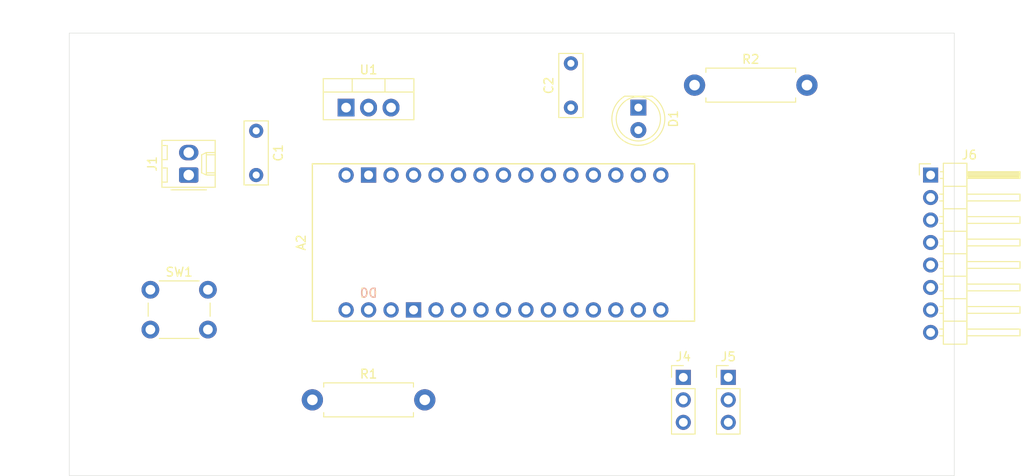
<source format=kicad_pcb>
(kicad_pcb (version 20240108) (generator "pcbnew") (generator_version "8.0")
  (layers (0 "F.Cu" signal) (1 "In1.Cu" signal) (2 "In2.Cu" signal) (3 "In3.Cu" signal) (4 "In4.Cu" signal) (5 "In5.Cu" signal) (6 "In6.Cu" signal) (7 "In7.Cu" signal) (8 "In8.Cu" signal) (9 "In9.Cu" signal) (10 "In10.Cu" signal) (31 "B.Cu" signal) (34 "B.Paste" user) (35 "F.Paste" user) (36 "B.SilkS" user "B.Silkscreen") (37 "F.SilkS" user "F.Silkscreen") (38 "B.Mask" user) (39 "F.Mask" user) (44 "Edge.Cuts" user))
  (net 0 "")
  (net 3 "/Sensor5")
  (net 4 "/PWM_IZQ")
  (net 8 "/Boton_encendido")
  (net 10 "/Sensor2")
  (net 11 "/Sensor6")
  (net 14 "GND")
  (net 18 "/Sensor3")
  (net 20 "Net-(D1-A)")
  (net 22 "/PWM_DER")
  (net 23 "/Sensor4")
  (net 24 "+5V")
  (net 25 "/Sensor1")
  (net 28 "VCC")
  (net 30 "/Salida Regulador")
  (net 31 "Net-(D1-K)")
  (footprint "Connector_Molex:Molex_KK-254_AE-6410-02A_1x02_P2.54mm_Vertical" (layer "F.Cu") (at 63.5 66.04 90)
    (property "Reference" "J1" (at 1.27 -4.12 90) (layer "F.SilkS"))
    (property "Value" "Battery")
    (fp_line (start 3.92 -3.03) (end -1.38 -3.03) (stroke (width 0.12)) (layer "F.SilkS"))
    (fp_line (start 1.74 -3.03) (end 1.74 -2.43) (stroke (width 0.12)) (layer "F.SilkS"))
    (fp_line (start -0.8 -3.03) (end -0.8 -2.43) (stroke (width 0.12)) (layer "F.SilkS"))
    (fp_line (start -1.38 -3.03) (end -1.38 2.99) (stroke (width 0.12)) (layer "F.SilkS"))
    (fp_line (start 3.34 -2.43) (end 3.34 -3.03) (stroke (width 0.12)) (layer "F.SilkS"))
    (fp_line (start 1.74 -2.43) (end 3.34 -2.43) (stroke (width 0.12)) (layer "F.SilkS"))
    (fp_line (start 0.8 -2.43) (end 0.8 -3.03) (stroke (width 0.12)) (layer "F.SilkS"))
    (fp_line (start -0.8 -2.43) (end 0.8 -2.43) (stroke (width 0.12)) (layer "F.SilkS"))
    (fp_line (start -1.67 -2) (end -1.67 2) (stroke (width 0.12)) (layer "F.SilkS"))
    (fp_line (start 2.29 1.46) (end 2.54 1.99) (stroke (width 0.12)) (layer "F.SilkS"))
    (fp_line (start 0.25 1.46) (end 2.29 1.46) (stroke (width 0.12)) (layer "F.SilkS"))
    (fp_line (start 2.54 1.99) (end 2.54 2.99) (stroke (width 0.12)) (layer "F.SilkS"))
    (fp_line (start 0 1.99) (end 0.25 1.46) (stroke (width 0.12)) (layer "F.SilkS"))
    (fp_line (start 0 1.99) (end 2.54 1.99) (stroke (width 0.12)) (layer "F.SilkS"))
    (fp_line (start 3.92 2.99) (end 3.92 -3.03) (stroke (width 0.12)) (layer "F.SilkS"))
    (fp_line (start 2.29 2.99) (end 2.29 1.99) (stroke (width 0.12)) (layer "F.SilkS"))
    (fp_line (start 0.25 2.99) (end 0.25 1.99) (stroke (width 0.12)) (layer "F.SilkS"))
    (fp_line (start 0 2.99) (end 0 1.99) (stroke (width 0.12)) (layer "F.SilkS"))
    (fp_line (start -1.38 2.99) (end 3.92 2.99) (stroke (width 0.12)) (layer "F.SilkS"))
    (pad "1" thru_hole roundrect (at 0 0 90) (size 1.74 2.19) (drill 1.19) (layers "*.Cu" "*.Mask") (roundrect_rratio 0.143678) (net 14 "GND"))
    (pad "2" thru_hole oval (at 2.54 0 90) (size 1.74 2.19) (drill 1.19) (layers "*.Cu" "*.Mask") (net 28 "VCC"))
  )
  (footprint "Connector_PinHeader_2.54mm:PinHeader_1x03_P2.54mm_Vertical" (layer "F.Cu") (at 119.38 88.9)
    (property "Reference" "J4" (at 0 -2.33 0) (layer "F.SilkS"))
    (property "Value" "Motor Izquierdo")
    (fp_line (start -1.33 -1.33) (end 0 -1.33) (stroke (width 0.12)) (layer "F.SilkS"))
    (fp_line (start -1.33 0) (end -1.33 -1.33) (stroke (width 0.12)) (layer "F.SilkS"))
    (fp_line (start -1.33 1.27) (end -1.33 6.41) (stroke (width 0.12)) (layer "F.SilkS"))
    (fp_line (start -1.33 1.27) (end 1.33 1.27) (stroke (width 0.12)) (layer "F.SilkS"))
    (fp_line (start -1.33 6.41) (end 1.33 6.41) (stroke (width 0.12)) (layer "F.SilkS"))
    (fp_line (start 1.33 1.27) (end 1.33 6.41) (stroke (width 0.12)) (layer "F.SilkS"))
    (pad "1" thru_hole rect (at 0 0) (size 1.7 1.7) (drill 1) (layers "*.Cu" "*.Mask") (net 4 "/PWM_IZQ"))
    (pad "2" thru_hole oval (at 0 2.54) (size 1.7 1.7) (drill 1) (layers "*.Cu" "*.Mask") (net 30 "/Salida Regulador"))
    (pad "3" thru_hole oval (at 0 5.08) (size 1.7 1.7) (drill 1) (layers "*.Cu" "*.Mask") (net 14 "GND"))
  )
  (footprint "PCM_arduino-library:Arduino_Nano_Socket" (layer "F.Cu") (at 120.65 73.66 90)
    (property "Reference" "A2" (at 0 -44.45 90) (layer "F.SilkS"))
    (property "Value" "Arduino_Nano_Socket")
    (fp_line (start 8.89 -43.18) (end 8.89 0) (stroke (width 0.15)) (layer "F.SilkS"))
    (fp_line (start -8.89 -43.18) (end 8.89 -43.18) (stroke (width 0.15)) (layer "F.SilkS"))
    (fp_line (start -8.89 -43.18) (end -8.89 0) (stroke (width 0.15)) (layer "F.SilkS"))
    (fp_line (start -8.89 0) (end 8.89 0) (stroke (width 0.15)) (layer "F.SilkS"))
    (fp_text user "D0" (at -5.715 -36.83 0) (layer "B.SilkS") (effects (justify mirror)))
    (fp_text user "D0" (at -5.715 -36.83 0) (layer "F.SilkS"))
    (pad "" np_thru_hole circle (at -7.62 -41.91 90) (size 1.8 1.8) (drill 1.8) (layers "F&B.Cu" "*.Mask"))
    (pad "" np_thru_hole circle (at -7.62 -1.27 90) (size 1.8 1.8) (drill 1.8) (layers "F&B.Cu" "*.Mask"))
    (pad "" np_thru_hole circle (at 7.62 -41.91 90) (size 1.8 1.8) (drill 1.8) (layers "F&B.Cu" "*.Mask"))
    (pad "" np_thru_hole circle (at 7.62 -1.27 90) (size 1.8 1.8) (drill 1.8) (layers "F&B.Cu" "*.Mask"))
    (pad "3V3" thru_hole circle (at 7.62 -6.35 90) (size 1.7272 1.7272) (drill 1.016) (layers "*.Cu" "*.Mask"))
    (pad "5V" thru_hole circle (at 7.62 -31.75 90) (size 1.7272 1.7272) (drill 1.016) (layers "*.Cu" "*.Mask") (net 24 "+5V"))
    (pad "A0" thru_hole circle (at 7.62 -11.43 90) (size 1.7272 1.7272) (drill 1.016) (layers "*.Cu" "*.Mask"))
    (pad "A1" thru_hole circle (at 7.62 -13.97 90) (size 1.7272 1.7272) (drill 1.016) (layers "*.Cu" "*.Mask"))
    (pad "A2" thru_hole circle (at 7.62 -16.51 90) (size 1.7272 1.7272) (drill 1.016) (layers "*.Cu" "*.Mask"))
    (pad "A3" thru_hole circle (at 7.62 -19.05 90) (size 1.7272 1.7272) (drill 1.016) (layers "*.Cu" "*.Mask"))
    (pad "A4" thru_hole circle (at 7.62 -21.59 90) (size 1.7272 1.7272) (drill 1.016) (layers "*.Cu" "*.Mask"))
    (pad "A5" thru_hole circle (at 7.62 -24.13 90) (size 1.7272 1.7272) (drill 1.016) (layers "*.Cu" "*.Mask"))
    (pad "A6" thru_hole circle (at 7.62 -26.67 90) (size 1.7272 1.7272) (drill 1.016) (layers "*.Cu" "*.Mask"))
    (pad "A7" thru_hole circle (at 7.62 -29.21 90) (size 1.7272 1.7272) (drill 1.016) (layers "*.Cu" "*.Mask") (net 20 "Net-(D1-A)"))
    (pad "AREF" thru_hole circle (at 7.62 -8.89 90) (size 1.7272 1.7272) (drill 1.016) (layers "*.Cu" "*.Mask"))
    (pad "D0" thru_hole circle (at -7.62 -36.83 90) (size 1.7272 1.7272) (drill 1.016) (layers "*.Cu" "*.Mask"))
    (pad "D1" thru_hole circle (at -7.62 -39.37 90) (size 1.7272 1.7272) (drill 1.016) (layers "*.Cu" "*.Mask"))
    (pad "D2" thru_hole circle (at -7.62 -29.21 90) (size 1.7272 1.7272) (drill 1.016) (layers "*.Cu" "*.Mask") (net 8 "/Boton_encendido"))
    (pad "D3" thru_hole circle (at -7.62 -26.67 90) (size 1.7272 1.7272) (drill 1.016) (layers "*.Cu" "*.Mask") (net 11 "/Sensor6"))
    (pad "D4" thru_hole circle (at -7.62 -24.13 90) (size 1.7272 1.7272) (drill 1.016) (layers "*.Cu" "*.Mask") (net 3 "/Sensor5"))
    (pad "D5" thru_hole circle (at -7.62 -21.59 90) (size 1.7272 1.7272) (drill 1.016) (layers "*.Cu" "*.Mask") (net 23 "/Sensor4"))
    (pad "D6" thru_hole circle (at -7.62 -19.05 90) (size 1.7272 1.7272) (drill 1.016) (layers "*.Cu" "*.Mask") (net 18 "/Sensor3"))
    (pad "D7" thru_hole circle (at -7.62 -16.51 90) (size 1.7272 1.7272) (drill 1.016) (layers "*.Cu" "*.Mask") (net 10 "/Sensor2"))
    (pad "D8" thru_hole circle (at -7.62 -13.97 90) (size 1.7272 1.7272) (drill 1.016) (layers "*.Cu" "*.Mask") (net 25 "/Sensor1"))
    (pad "D9" thru_hole circle (at -7.62 -11.43 90) (size 1.7272 1.7272) (drill 1.016) (layers "*.Cu" "*.Mask") (net 22 "/PWM_DER"))
    (pad "D10" thru_hole circle (at -7.62 -8.89 90) (size 1.7272 1.7272) (drill 1.016) (layers "*.Cu" "*.Mask") (net 4 "/PWM_IZQ"))
    (pad "D11" thru_hole circle (at -7.62 -6.35 90) (size 1.7272 1.7272) (drill 1.016) (layers "*.Cu" "*.Mask"))
    (pad "D12" thru_hole circle (at -7.62 -3.81 90) (size 1.7272 1.7272) (drill 1.016) (layers "*.Cu" "*.Mask"))
    (pad "D13" thru_hole circle (at 7.62 -3.81 90) (size 1.7272 1.7272) (drill 1.016) (layers "*.Cu" "*.Mask"))
    (pad "GND1" thru_hole rect (at -7.62 -31.75 90) (size 1.7272 1.7272) (drill 1.016) (layers "*.Cu" "*.Mask") (net 14 "GND"))
    (pad "GND2" thru_hole rect (at 7.62 -36.83 90) (size 1.7272 1.7272) (drill 1.016) (layers "*.Cu" "*.Mask") (net 14 "GND"))
    (pad "RST1" thru_hole circle (at -7.62 -34.29 90) (size 1.7272 1.7272) (drill 1.016) (layers "*.Cu" "*.Mask"))
    (pad "RST2" thru_hole circle (at 7.62 -34.29 90) (size 1.7272 1.7272) (drill 1.016) (layers "*.Cu" "*.Mask"))
    (pad "VIN" thru_hole circle (at 7.62 -39.37 90) (size 1.7272 1.7272) (drill 1.016) (layers "*.Cu" "*.Mask") (net 28 "VCC"))
  )
  (footprint "LED_THT:LED_D5.0mm" (layer "F.Cu") (at 114.3 58.42 -90)
    (property "Reference" "D1" (at 1.27 -3.96 90) (layer "F.SilkS"))
    (property "Value" "LED")
    (fp_line (start -1.29 -1.545) (end -1.29 1.545) (stroke (width 0.12)) (layer "F.SilkS"))
    (fp_arc (start 4.26 -0.000462) (mid 2.072002 2.880433) (end -1.29 1.54483) (stroke (width 0.12)) (layer "F.SilkS"))
    (fp_arc (start -1.29 -1.54483) (mid 2.072002 -2.880433) (end 4.26 0.000462) (stroke (width 0.12)) (layer "F.SilkS"))
    (fp_circle (center 1.27 0) (end 3.77 0) (stroke (width 0.12)) (fill none) (layer "F.SilkS"))
    (pad "1" thru_hole rect (at 0 0 270) (size 1.8 1.8) (drill 0.9) (layers "*.Cu" "*.Mask") (net 31 "Net-(D1-K)"))
    (pad "2" thru_hole circle (at 2.54 0 270) (size 1.8 1.8) (drill 0.9) (layers "*.Cu" "*.Mask") (net 20 "Net-(D1-A)"))
  )
  (footprint "Connector_PinHeader_2.54mm:PinHeader_1x03_P2.54mm_Vertical" (layer "F.Cu") (at 124.46 88.9)
    (property "Reference" "J5" (at 0 -2.33 0) (layer "F.SilkS"))
    (property "Value" "Motor Derecho")
    (fp_line (start -1.33 -1.33) (end 0 -1.33) (stroke (width 0.12)) (layer "F.SilkS"))
    (fp_line (start -1.33 0) (end -1.33 -1.33) (stroke (width 0.12)) (layer "F.SilkS"))
    (fp_line (start -1.33 1.27) (end -1.33 6.41) (stroke (width 0.12)) (layer "F.SilkS"))
    (fp_line (start -1.33 1.27) (end 1.33 1.27) (stroke (width 0.12)) (layer "F.SilkS"))
    (fp_line (start -1.33 6.41) (end 1.33 6.41) (stroke (width 0.12)) (layer "F.SilkS"))
    (fp_line (start 1.33 1.27) (end 1.33 6.41) (stroke (width 0.12)) (layer "F.SilkS"))
    (pad "1" thru_hole rect (at 0 0) (size 1.7 1.7) (drill 1) (layers "*.Cu" "*.Mask") (net 22 "/PWM_DER"))
    (pad "2" thru_hole oval (at 0 2.54) (size 1.7 1.7) (drill 1) (layers "*.Cu" "*.Mask") (net 30 "/Salida Regulador"))
    (pad "3" thru_hole oval (at 0 5.08) (size 1.7 1.7) (drill 1) (layers "*.Cu" "*.Mask") (net 14 "GND"))
  )
  (footprint "Capacitor_THT:C_Disc_D7.0mm_W2.5mm_P5.00mm" (layer "F.Cu") (at 71.12 61.04 -90)
    (property "Reference" "C1" (at 2.5 -2.5 -90) (layer "F.SilkS"))
    (property "Value" "1u")
    (fp_line (start -1.12 1.37) (end 6.12 1.37) (stroke (width 0.12)) (layer "F.SilkS"))
    (fp_line (start -1.12 -1.37) (end -1.12 1.37) (stroke (width 0.12)) (layer "F.SilkS"))
    (fp_line (start -1.12 -1.37) (end 6.12 -1.37) (stroke (width 0.12)) (layer "F.SilkS"))
    (fp_line (start 6.12 -1.37) (end 6.12 1.37) (stroke (width 0.12)) (layer "F.SilkS"))
    (pad "1" thru_hole circle (at 0 0 270) (size 1.6 1.6) (drill 0.8) (layers "*.Cu" "*.Mask") (net 28 "VCC"))
    (pad "2" thru_hole circle (at 5 0 270) (size 1.6 1.6) (drill 0.8) (layers "*.Cu" "*.Mask") (net 14 "GND"))
  )
  (footprint "Connector_PinHeader_2.54mm:PinHeader_1x08_P2.54mm_Horizontal" (layer "F.Cu") (at 147.32 66.04)
    (property "Reference" "J6" (at 4.385 -2.27 0) (layer "F.SilkS"))
    (property "Value" "puerto sensores")
    (fp_line (start -1.27 -1.27) (end 0 -1.27) (stroke (width 0.12)) (layer "F.SilkS"))
    (fp_line (start -1.27 0) (end -1.27 -1.27) (stroke (width 0.12)) (layer "F.SilkS"))
    (fp_line (start 1.042929 2.16) (end 1.44 2.16) (stroke (width 0.12)) (layer "F.SilkS"))
    (fp_line (start 1.042929 2.92) (end 1.44 2.92) (stroke (width 0.12)) (layer "F.SilkS"))
    (fp_line (start 1.042929 4.7) (end 1.44 4.7) (stroke (width 0.12)) (layer "F.SilkS"))
    (fp_line (start 1.042929 5.46) (end 1.44 5.46) (stroke (width 0.12)) (layer "F.SilkS"))
    (fp_line (start 1.042929 7.24) (end 1.44 7.24) (stroke (width 0.12)) (layer "F.SilkS"))
    (fp_line (start 1.042929 8) (end 1.44 8) (stroke (width 0.12)) (layer "F.SilkS"))
    (fp_line (start 1.042929 9.78) (end 1.44 9.78) (stroke (width 0.12)) (layer "F.SilkS"))
    (fp_line (start 1.042929 10.54) (end 1.44 10.54) (stroke (width 0.12)) (layer "F.SilkS"))
    (fp_line (start 1.042929 12.32) (end 1.44 12.32) (stroke (width 0.12)) (layer "F.SilkS"))
    (fp_line (start 1.042929 13.08) (end 1.44 13.08) (stroke (width 0.12)) (layer "F.SilkS"))
    (fp_line (start 1.042929 14.86) (end 1.44 14.86) (stroke (width 0.12)) (layer "F.SilkS"))
    (fp_line (start 1.042929 15.62) (end 1.44 15.62) (stroke (width 0.12)) (layer "F.SilkS"))
    (fp_line (start 1.042929 17.4) (end 1.44 17.4) (stroke (width 0.12)) (layer "F.SilkS"))
    (fp_line (start 1.042929 18.16) (end 1.44 18.16) (stroke (width 0.12)) (layer "F.SilkS"))
    (fp_line (start 1.11 -0.38) (end 1.44 -0.38) (stroke (width 0.12)) (layer "F.SilkS"))
    (fp_line (start 1.11 0.38) (end 1.44 0.38) (stroke (width 0.12)) (layer "F.SilkS"))
    (fp_line (start 1.44 -1.33) (end 1.44 19.11) (stroke (width 0.12)) (layer "F.SilkS"))
    (fp_line (start 1.44 1.27) (end 4.1 1.27) (stroke (width 0.12)) (layer "F.SilkS"))
    (fp_line (start 1.44 3.81) (end 4.1 3.81) (stroke (width 0.12)) (layer "F.SilkS"))
    (fp_line (start 1.44 6.35) (end 4.1 6.35) (stroke (width 0.12)) (layer "F.SilkS"))
    (fp_line (start 1.44 8.89) (end 4.1 8.89) (stroke (width 0.12)) (layer "F.SilkS"))
    (fp_line (start 1.44 11.43) (end 4.1 11.43) (stroke (width 0.12)) (layer "F.SilkS"))
    (fp_line (start 1.44 13.97) (end 4.1 13.97) (stroke (width 0.12)) (layer "F.SilkS"))
    (fp_line (start 1.44 16.51) (end 4.1 16.51) (stroke (width 0.12)) (layer "F.SilkS"))
    (fp_line (start 1.44 19.11) (end 4.1 19.11) (stroke (width 0.12)) (layer "F.SilkS"))
    (fp_line (start 4.1 -1.33) (end 1.44 -1.33) (stroke (width 0.12)) (layer "F.SilkS"))
    (fp_line (start 4.1 -0.38) (end 10.1 -0.38) (stroke (width 0.12)) (layer "F.SilkS"))
    (fp_line (start 4.1 -0.32) (end 10.1 -0.32) (stroke (width 0.12)) (layer "F.SilkS"))
    (fp_line (start 4.1 -0.2) (end 10.1 -0.2) (stroke (width 0.12)) (layer "F.SilkS"))
    (fp_line (start 4.1 -0.08) (end 10.1 -0.08) (stroke (width 0.12)) (layer "F.SilkS"))
    (fp_line (start 4.1 0.04) (end 10.1 0.04) (stroke (width 0.12)) (layer "F.SilkS"))
    (fp_line (start 4.1 0.16) (end 10.1 0.16) (stroke (width 0.12)) (layer "F.SilkS"))
    (fp_line (start 4.1 0.28) (end 10.1 0.28) (stroke (width 0.12)) (layer "F.SilkS"))
    (fp_line (start 4.1 2.16) (end 10.1 2.16) (stroke (width 0.12)) (layer "F.SilkS"))
    (fp_line (start 4.1 4.7) (end 10.1 4.7) (stroke (width 0.12)) (layer "F.SilkS"))
    (fp_line (start 4.1 7.24) (end 10.1 7.24) (stroke (width 0.12)) (layer "F.SilkS"))
    (fp_line (start 4.1 9.78) (end 10.1 9.78) (stroke (width 0.12)) (layer "F.SilkS"))
    (fp_line (start 4.1 12.32) (end 10.1 12.32) (stroke (width 0.12)) (layer "F.SilkS"))
    (fp_line (start 4.1 14.86) (end 10.1 14.86) (stroke (width 0.12)) (layer "F.SilkS"))
    (fp_line (start 4.1 17.4) (end 10.1 17.4) (stroke (width 0.12)) (layer "F.SilkS"))
    (fp_line (start 4.1 19.11) (end 4.1 -1.33) (stroke (width 0.12)) (layer "F.SilkS"))
    (fp_line (start 10.1 -0.38) (end 10.1 0.38) (stroke (width 0.12)) (layer "F.SilkS"))
    (fp_line (start 10.1 0.38) (end 4.1 0.38) (stroke (width 0.12)) (layer "F.SilkS"))
    (fp_line (start 10.1 2.16) (end 10.1 2.92) (stroke (width 0.12)) (layer "F.SilkS"))
    (fp_line (start 10.1 2.92) (end 4.1 2.92) (stroke (width 0.12)) (layer "F.SilkS"))
    (fp_line (start 10.1 4.7) (end 10.1 5.46) (stroke (width 0.12)) (layer "F.SilkS"))
    (fp_line (start 10.1 5.46) (end 4.1 5.46) (stroke (width 0.12)) (layer "F.SilkS"))
    (fp_line (start 10.1 7.24) (end 10.1 8) (stroke (width 0.12)) (layer "F.SilkS"))
    (fp_line (start 10.1 8) (end 4.1 8) (stroke (width 0.12)) (layer "F.SilkS"))
    (fp_line (start 10.1 9.78) (end 10.1 10.54) (stroke (width 0.12)) (layer "F.SilkS"))
    (fp_line (start 10.1 10.54) (end 4.1 10.54) (stroke (width 0.12)) (layer "F.SilkS"))
    (fp_line (start 10.1 12.32) (end 10.1 13.08) (stroke (width 0.12)) (layer "F.SilkS"))
    (fp_line (start 10.1 13.08) (end 4.1 13.08) (stroke (width 0.12)) (layer "F.SilkS"))
    (fp_line (start 10.1 14.86) (end 10.1 15.62) (stroke (width 0.12)) (layer "F.SilkS"))
    (fp_line (start 10.1 15.62) (end 4.1 15.62) (stroke (width 0.12)) (layer "F.SilkS"))
    (fp_line (start 10.1 17.4) (end 10.1 18.16) (stroke (width 0.12)) (layer "F.SilkS"))
    (fp_line (start 10.1 18.16) (end 4.1 18.16) (stroke (width 0.12)) (layer "F.SilkS"))
    (pad "1" thru_hole rect (at 0 0) (size 1.7 1.7) (drill 1) (layers "*.Cu" "*.Mask") (net 11 "/Sensor6"))
    (pad "2" thru_hole oval (at 0 2.54) (size 1.7 1.7) (drill 1) (layers "*.Cu" "*.Mask") (net 3 "/Sensor5"))
    (pad "3" thru_hole oval (at 0 5.08) (size 1.7 1.7) (drill 1) (layers "*.Cu" "*.Mask") (net 23 "/Sensor4"))
    (pad "4" thru_hole oval (at 0 7.62) (size 1.7 1.7) (drill 1) (layers "*.Cu" "*.Mask") (net 18 "/Sensor3"))
    (pad "5" thru_hole oval (at 0 10.16) (size 1.7 1.7) (drill 1) (layers "*.Cu" "*.Mask") (net 10 "/Sensor2"))
    (pad "6" thru_hole oval (at 0 12.7) (size 1.7 1.7) (drill 1) (layers "*.Cu" "*.Mask") (net 25 "/Sensor1"))
    (pad "7" thru_hole oval (at 0 15.24) (size 1.7 1.7) (drill 1) (layers "*.Cu" "*.Mask") (net 28 "VCC"))
    (pad "8" thru_hole oval (at 0 17.78) (size 1.7 1.7) (drill 1) (layers "*.Cu" "*.Mask") (net 14 "GND"))
  )
  (footprint "Resistor_THT:R_Axial_DIN0411_L9.9mm_D3.6mm_P12.70mm_Horizontal" (layer "F.Cu") (at 120.65 55.88)
    (property "Reference" "R2" (at 6.35 -2.92 360) (layer "F.SilkS"))
    (property "Value" "330")
    (fp_line (start 1.28 -1.92) (end 11.42 -1.92) (stroke (width 0.12)) (layer "F.SilkS"))
    (fp_line (start 1.28 -1.44) (end 1.28 -1.92) (stroke (width 0.12)) (layer "F.SilkS"))
    (fp_line (start 1.28 1.44) (end 1.28 1.92) (stroke (width 0.12)) (layer "F.SilkS"))
    (fp_line (start 1.28 1.92) (end 11.42 1.92) (stroke (width 0.12)) (layer "F.SilkS"))
    (fp_line (start 11.42 -1.92) (end 11.42 -1.44) (stroke (width 0.12)) (layer "F.SilkS"))
    (fp_line (start 11.42 1.92) (end 11.42 1.44) (stroke (width 0.12)) (layer "F.SilkS"))
    (pad "1" thru_hole circle (at 0 0) (size 2.4 2.4) (drill 1.2) (layers "*.Cu" "*.Mask") (net 31 "Net-(D1-K)"))
    (pad "2" thru_hole oval (at 12.7 0) (size 2.4 2.4) (drill 1.2) (layers "*.Cu" "*.Mask") (net 14 "GND"))
  )
  (footprint "Resistor_THT:R_Axial_DIN0411_L9.9mm_D3.6mm_P12.70mm_Horizontal" (layer "F.Cu") (at 77.47 91.44)
    (property "Reference" "R1" (at 6.35 -2.92 0) (layer "F.SilkS"))
    (property "Value" "1k")
    (fp_line (start 1.28 -1.92) (end 11.42 -1.92) (stroke (width 0.12)) (layer "F.SilkS"))
    (fp_line (start 1.28 -1.44) (end 1.28 -1.92) (stroke (width 0.12)) (layer "F.SilkS"))
    (fp_line (start 1.28 1.44) (end 1.28 1.92) (stroke (width 0.12)) (layer "F.SilkS"))
    (fp_line (start 1.28 1.92) (end 11.42 1.92) (stroke (width 0.12)) (layer "F.SilkS"))
    (fp_line (start 11.42 -1.92) (end 11.42 -1.44) (stroke (width 0.12)) (layer "F.SilkS"))
    (fp_line (start 11.42 1.92) (end 11.42 1.44) (stroke (width 0.12)) (layer "F.SilkS"))
    (pad "1" thru_hole circle (at 0 0) (size 2.4 2.4) (drill 1.2) (layers "*.Cu" "*.Mask") (net 8 "/Boton_encendido"))
    (pad "2" thru_hole oval (at 12.7 0) (size 2.4 2.4) (drill 1.2) (layers "*.Cu" "*.Mask") (net 14 "GND"))
  )
  (footprint "Capacitor_THT:C_Disc_D7.0mm_W2.5mm_P5.00mm" (layer "F.Cu") (at 106.68 58.42 90)
    (property "Reference" "C2" (at 2.5 -2.5 90) (layer "F.SilkS"))
    (property "Value" "1u")
    (fp_line (start 6.12 -1.37) (end 6.12 1.37) (stroke (width 0.12)) (layer "F.SilkS"))
    (fp_line (start -1.12 -1.37) (end 6.12 -1.37) (stroke (width 0.12)) (layer "F.SilkS"))
    (fp_line (start -1.12 -1.37) (end -1.12 1.37) (stroke (width 0.12)) (layer "F.SilkS"))
    (fp_line (start -1.12 1.37) (end 6.12 1.37) (stroke (width 0.12)) (layer "F.SilkS"))
    (pad "1" thru_hole circle (at 0 0 90) (size 1.6 1.6) (drill 0.8) (layers "*.Cu" "*.Mask") (net 30 "/Salida Regulador"))
    (pad "2" thru_hole circle (at 5 0 90) (size 1.6 1.6) (drill 0.8) (layers "*.Cu" "*.Mask") (net 14 "GND"))
  )
  (footprint "Package_TO_SOT_THT:TO-220-3_Vertical" (layer "F.Cu") (at 81.28 58.42)
    (property "Reference" "U1" (at 2.54 -4.27 360) (layer "F.SilkS"))
    (property "Value" "LM7806_TO220")
    (fp_line (start -2.58 -3.27) (end -2.58 1.371) (stroke (width 0.12)) (layer "F.SilkS"))
    (fp_line (start -2.58 -3.27) (end 7.66 -3.27) (stroke (width 0.12)) (layer "F.SilkS"))
    (fp_line (start -2.58 -1.76) (end 7.66 -1.76) (stroke (width 0.12)) (layer "F.SilkS"))
    (fp_line (start -2.58 1.371) (end 7.66 1.371) (stroke (width 0.12)) (layer "F.SilkS"))
    (fp_line (start 0.69 -3.27) (end 0.69 -1.76) (stroke (width 0.12)) (layer "F.SilkS"))
    (fp_line (start 4.391 -3.27) (end 4.391 -1.76) (stroke (width 0.12)) (layer "F.SilkS"))
    (fp_line (start 7.66 -3.27) (end 7.66 1.371) (stroke (width 0.12)) (layer "F.SilkS"))
    (pad "1" thru_hole rect (at 0 0) (size 1.905 2) (drill 1.1) (layers "*.Cu" "*.Mask") (net 28 "VCC"))
    (pad "2" thru_hole oval (at 2.54 0) (size 1.905 2) (drill 1.1) (layers "*.Cu" "*.Mask") (net 14 "GND"))
    (pad "3" thru_hole oval (at 5.08 0) (size 1.905 2) (drill 1.1) (layers "*.Cu" "*.Mask") (net 30 "/Salida Regulador"))
  )
  (footprint "Button_Switch_THT:SW_PUSH_6mm" (layer "F.Cu") (at 59.168034 78.999645)
    (property "Reference" "SW1" (at 3.25 -2 0) (layer "F.SilkS"))
    (property "Value" "SW_Push")
    (fp_line (start -0.25 1.5) (end -0.25 3) (stroke (width 0.12)) (layer "F.SilkS"))
    (fp_line (start 1 5.5) (end 5.5 5.5) (stroke (width 0.12)) (layer "F.SilkS"))
    (fp_line (start 5.5 -1) (end 1 -1) (stroke (width 0.12)) (layer "F.SilkS"))
    (fp_line (start 6.75 3) (end 6.75 1.5) (stroke (width 0.12)) (layer "F.SilkS"))
    (pad "1" thru_hole circle (at 0 0 90) (size 2 2) (drill 1.1) (layers "*.Cu" "*.Mask") (net 24 "+5V"))
    (pad "1" thru_hole circle (at 6.5 0 90) (size 2 2) (drill 1.1) (layers "*.Cu" "*.Mask") (net 24 "+5V"))
    (pad "2" thru_hole circle (at 0 4.5 90) (size 2 2) (drill 1.1) (layers "*.Cu" "*.Mask") (net 8 "/Boton_encendido"))
    (pad "2" thru_hole circle (at 6.5 4.5 90) (size 2 2) (drill 1.1) (layers "*.Cu" "*.Mask") (net 8 "/Boton_encendido"))
  )
  (gr_rect (start 50 50) (end 150 100) (stroke (width 0.05)) (fill none) (layer "Edge.Cuts"))
)
</source>
